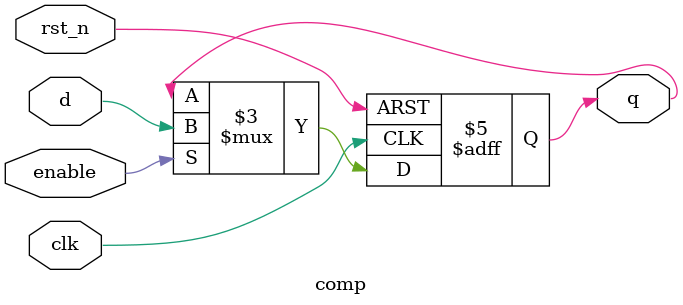
<source format=v>
module comp(rst_n, enable, clk, q, d);
    input d, rst_n, clk, enable;
    output q;
    
    wire d, rst_n, clk, enable;
    reg q;
    
    always @(posedge clk or negedge rst_n) begin
        if (!rst_n) begin
            q <= 10'd0;
        end
        else begin
            if (enable) begin
                q <= d;
            end
        end
    end

endmodule
</source>
